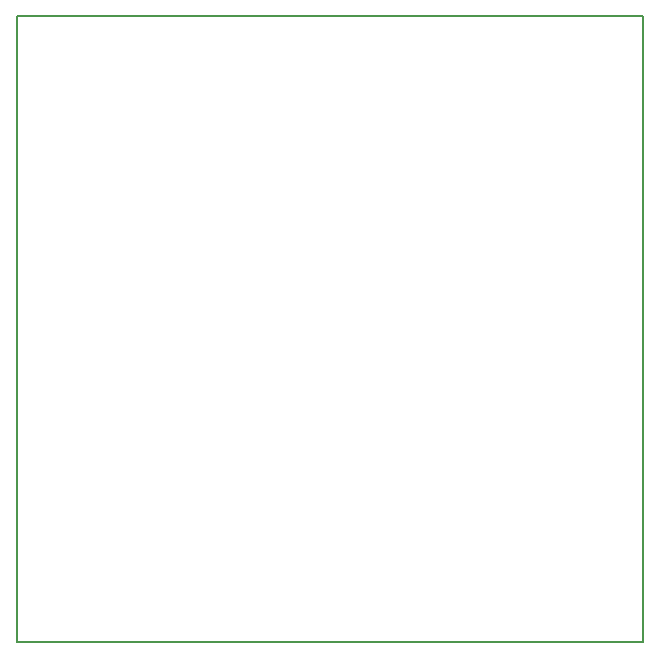
<source format=gm1>
G04 #@! TF.FileFunction,Profile,NP*
%FSLAX46Y46*%
G04 Gerber Fmt 4.6, Leading zero omitted, Abs format (unit mm)*
G04 Created by KiCad (PCBNEW 4.0.4-stable) date 06/13/17 21:08:50*
%MOMM*%
%LPD*%
G01*
G04 APERTURE LIST*
%ADD10C,0.100000*%
%ADD11C,0.150000*%
G04 APERTURE END LIST*
D10*
D11*
X149400000Y-142400000D02*
X149400000Y-89400000D01*
X202400000Y-142400000D02*
X149400000Y-142400000D01*
X202400000Y-89400000D02*
X202400000Y-142400000D01*
X149400000Y-89400000D02*
X202400000Y-89400000D01*
M02*

</source>
